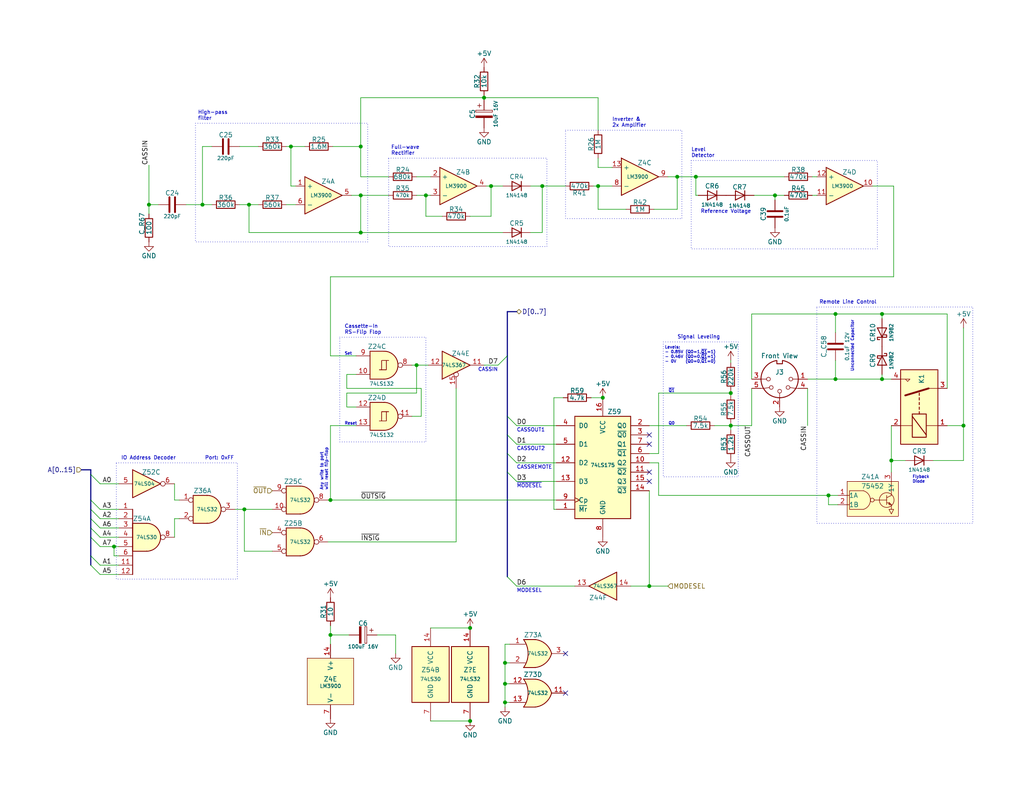
<source format=kicad_sch>
(kicad_sch (version 20230121) (generator eeschema)
  (paper "USLetter")
  (title_block (title "TRS-80 Model I") (date "2023-10-24") (rev "G") (company "RetroStack - Marcel Erz") (comment 2 "Cassette motor control, input & output circuits, IO decoding, and video mode selection") (comment 4 "Cassette Interface with Video Mode Select"))
  (lib_symbols
    (symbol "74xx:74LS04"
      (property "Reference" "U" (at 0 1.27 0))
      (property "Value" "74LS04" (at 0 -1.27 0))
      (symbol "74LS04_1_0"
        (pin input line (at -7.62 0 0) (length 3.81) (name "~") (number "1"))
        (pin output inverted (at 7.62 0 180) (length 3.81) (name "~") (number "2"))
      )
      (symbol "74LS04_2_0"
        (pin input line (at -7.62 0 0) (length 3.81) (name "~") (number "3"))
        (pin output inverted (at 7.62 0 180) (length 3.81) (name "~") (number "4"))
      )
      (symbol "74LS04_3_0"
        (pin input line (at -7.62 0 0) (length 3.81) (name "~") (number "5"))
        (pin output inverted (at 7.62 0 180) (length 3.81) (name "~") (number "6"))
      )
      (symbol "74LS04_4_0"
        (pin output inverted (at 7.62 0 180) (length 3.81) (name "~") (number "8"))
        (pin input line (at -7.62 0 0) (length 3.81) (name "~") (number "9"))
      )
      (symbol "74LS04_5_0"
        (pin output inverted (at 7.62 0 180) (length 3.81) (name "~") (number "10"))
        (pin input line (at -7.62 0 0) (length 3.81) (name "~") (number "11"))
      )
      (symbol "74LS04_6_0"
        (pin output inverted (at 7.62 0 180) (length 3.81) (name "~") (number "12"))
        (pin input line (at -7.62 0 0) (length 3.81) (name "~") (number "13"))
      )
      (symbol "74LS04_7_0"
        (pin power_in line (at 0 12.7 270) (length 5.08) (name "VCC") (number "14"))
        (pin power_in line (at 0 -12.7 90) (length 5.08) (name "GND") (number "7"))
      )
    )
    (symbol "74xx:74LS132" (pin_names (offset 1.016))
      (property "Reference" "U" (at 0 1.27 0))
      (property "Value" "74LS132" (at 0 -1.27 0))
      (symbol "74LS132_1_1"
        (pin input line (at -7.62 2.54 0) (length 3.81) (name "~") (number "1"))
        (pin input line (at -7.62 -2.54 0) (length 3.81) (name "~") (number "2"))
        (pin output inverted (at 7.62 0 180) (length 3.81) (name "~") (number "3"))
      )
      (symbol "74LS132_1_2"
        (pin input inverted (at -7.62 2.54 0) (length 4.318) (name "~") (number "1"))
        (pin input inverted (at -7.62 -2.54 0) (length 4.318) (name "~") (number "2"))
        (pin output line (at 7.62 0 180) (length 3.81) (name "~") (number "3"))
      )
      (symbol "74LS132_2_1"
        (pin input line (at -7.62 2.54 0) (length 3.81) (name "~") (number "4"))
        (pin input line (at -7.62 -2.54 0) (length 3.81) (name "~") (number "5"))
        (pin output inverted (at 7.62 0 180) (length 3.81) (name "~") (number "6"))
      )
      (symbol "74LS132_2_2"
        (pin input inverted (at -7.62 2.54 0) (length 4.318) (name "~") (number "4"))
        (pin input inverted (at -7.62 -2.54 0) (length 4.318) (name "~") (number "5"))
        (pin output line (at 7.62 0 180) (length 3.81) (name "~") (number "6"))
      )
      (symbol "74LS132_3_1"
        (pin input line (at -7.62 -2.54 0) (length 3.81) (name "~") (number "10"))
        (pin output inverted (at 7.62 0 180) (length 3.81) (name "~") (number "8"))
        (pin input line (at -7.62 2.54 0) (length 3.81) (name "~") (number "9"))
      )
      (symbol "74LS132_3_2"
        (pin input inverted (at -7.62 -2.54 0) (length 4.318) (name "~") (number "10"))
        (pin output line (at 7.62 0 180) (length 3.81) (name "~") (number "8"))
        (pin input inverted (at -7.62 2.54 0) (length 4.318) (name "~") (number "9"))
      )
      (symbol "74LS132_4_1"
        (pin output inverted (at 7.62 0 180) (length 3.81) (name "~") (number "11"))
        (pin input line (at -7.62 2.54 0) (length 3.81) (name "~") (number "12"))
        (pin input line (at -7.62 -2.54 0) (length 3.81) (name "~") (number "13"))
      )
      (symbol "74LS132_4_2"
        (pin output line (at 7.62 0 180) (length 3.81) (name "~") (number "11"))
        (pin input inverted (at -7.62 2.54 0) (length 4.318) (name "~") (number "12"))
        (pin input inverted (at -7.62 -2.54 0) (length 4.318) (name "~") (number "13"))
      )
      (symbol "74LS132_5_0"
        (pin power_in line (at 0 12.7 270) (length 5.08) (name "VCC") (number "14"))
        (pin power_in line (at 0 -12.7 90) (length 5.08) (name "GND") (number "7"))
      )
    )
    (symbol "74xx:74LS175" (pin_names (offset 1.016))
      (property "Reference" "U" (at -7.62 13.97 0))
      (property "Value" "74LS175" (at -7.62 -16.51 0))
      (symbol "74LS175_1_0"
        (pin input line (at -12.7 -12.7 0) (length 5.08) (name "~{Mr}") (number "1"))
        (pin output line (at 12.7 0 180) (length 5.08) (name "Q2") (number "10"))
        (pin output line (at 12.7 -2.54 180) (length 5.08) (name "~{Q2}") (number "11"))
        (pin input line (at -12.7 0 0) (length 5.08) (name "D2") (number "12"))
        (pin input line (at -12.7 -5.08 0) (length 5.08) (name "D3") (number "13"))
        (pin output line (at 12.7 -7.62 180) (length 5.08) (name "~{Q3}") (number "14"))
        (pin output line (at 12.7 -5.08 180) (length 5.08) (name "Q3") (number "15"))
        (pin power_in line (at 0 17.78 270) (length 5.08) (name "VCC") (number "16"))
        (pin output line (at 12.7 10.16 180) (length 5.08) (name "Q0") (number "2"))
        (pin output line (at 12.7 7.62 180) (length 5.08) (name "~{Q0}") (number "3"))
        (pin input line (at -12.7 10.16 0) (length 5.08) (name "D0") (number "4"))
        (pin input line (at -12.7 5.08 0) (length 5.08) (name "D1") (number "5"))
        (pin output line (at 12.7 2.54 180) (length 5.08) (name "~{Q1}") (number "6"))
        (pin output line (at 12.7 5.08 180) (length 5.08) (name "Q1") (number "7"))
        (pin power_in line (at 0 -20.32 90) (length 5.08) (name "GND") (number "8"))
        (pin input clock (at -12.7 -10.16 0) (length 5.08) (name "Cp") (number "9"))
      )
    )
    (symbol "74xx:74LS30" (pin_names (offset 1.016))
      (property "Reference" "U" (at 0 1.27 0))
      (property "Value" "74LS30" (at 0 -1.27 0))
      (symbol "74LS30_1_1"
        (pin input line (at -7.62 7.62 0) (length 3.81) (name "~") (number "1"))
        (pin input line (at -7.62 -7.62 0) (length 3.81) (name "~") (number "11"))
        (pin input line (at -7.62 -10.16 0) (length 3.81) (name "~") (number "12"))
        (pin input line (at -7.62 5.08 0) (length 3.81) (name "~") (number "2"))
        (pin input line (at -7.62 2.54 0) (length 3.81) (name "~") (number "3"))
        (pin input line (at -7.62 0 0) (length 3.81) (name "~") (number "4"))
        (pin input line (at -7.62 -2.54 0) (length 3.81) (name "~") (number "5"))
        (pin input line (at -7.62 -5.08 0) (length 3.81) (name "~") (number "6"))
        (pin output inverted (at 7.62 0 180) (length 3.81) (name "~") (number "8"))
      )
      (symbol "74LS30_1_2"
        (pin input inverted (at -7.62 7.62 0) (length 3.81) (name "~") (number "1"))
        (pin input inverted (at -7.62 -7.62 0) (length 3.81) (name "~") (number "11"))
        (pin input inverted (at -7.62 -10.16 0) (length 3.81) (name "~") (number "12"))
        (pin input inverted (at -7.62 5.08 0) (length 3.81) (name "~") (number "2"))
        (pin input inverted (at -7.62 2.54 0) (length 4.5466) (name "~") (number "3"))
        (pin input inverted (at -7.62 0 0) (length 5.08) (name "~") (number "4"))
        (pin input inverted (at -7.62 -2.54 0) (length 4.5466) (name "~") (number "5"))
        (pin input inverted (at -7.62 -5.08 0) (length 3.81) (name "~") (number "6"))
        (pin output line (at 7.62 0 180) (length 3.81) (name "~") (number "8"))
      )
      (symbol "74LS30_2_0"
        (pin power_in line (at 0 12.7 270) (length 5.08) (name "VCC") (number "14"))
        (pin power_in line (at 0 -12.7 90) (length 5.08) (name "GND") (number "7"))
      )
    )
    (symbol "74xx:74LS32" (pin_names (offset 1.016))
      (property "Reference" "U" (at 0 1.27 0))
      (property "Value" "74LS32" (at 0 -1.27 0))
      (symbol "74LS32_1_1"
        (pin input line (at -7.62 2.54 0) (length 4.318) (name "~") (number "1"))
        (pin input line (at -7.62 -2.54 0) (length 4.318) (name "~") (number "2"))
        (pin output line (at 7.62 0 180) (length 3.81) (name "~") (number "3"))
      )
      (symbol "74LS32_1_2"
        (pin input inverted (at -7.62 2.54 0) (length 3.81) (name "~") (number "1"))
        (pin input inverted (at -7.62 -2.54 0) (length 3.81) (name "~") (number "2"))
        (pin output inverted (at 7.62 0 180) (length 3.81) (name "~") (number "3"))
      )
      (symbol "74LS32_2_1"
        (pin input line (at -7.62 2.54 0) (length 4.318) (name "~") (number "4"))
        (pin input line (at -7.62 -2.54 0) (length 4.318) (name "~") (number "5"))
        (pin output line (at 7.62 0 180) (length 3.81) (name "~") (number "6"))
      )
      (symbol "74LS32_2_2"
        (pin input inverted (at -7.62 2.54 0) (length 3.81) (name "~") (number "4"))
        (pin input inverted (at -7.62 -2.54 0) (length 3.81) (name "~") (number "5"))
        (pin output inverted (at 7.62 0 180) (length 3.81) (name "~") (number "6"))
      )
      (symbol "74LS32_3_1"
        (pin input line (at -7.62 -2.54 0) (length 4.318) (name "~") (number "10"))
        (pin output line (at 7.62 0 180) (length 3.81) (name "~") (number "8"))
        (pin input line (at -7.62 2.54 0) (length 4.318) (name "~") (number "9"))
      )
      (symbol "74LS32_3_2"
        (pin input inverted (at -7.62 -2.54 0) (length 3.81) (name "~") (number "10"))
        (pin output inverted (at 7.62 0 180) (length 3.81) (name "~") (number "8"))
        (pin input inverted (at -7.62 2.54 0) (length 3.81) (name "~") (number "9"))
      )
      (symbol "74LS32_4_1"
        (pin output line (at 7.62 0 180) (length 3.81) (name "~") (number "11"))
        (pin input line (at -7.62 2.54 0) (length 4.318) (name "~") (number "12"))
        (pin input line (at -7.62 -2.54 0) (length 4.318) (name "~") (number "13"))
      )
      (symbol "74LS32_4_2"
        (pin output inverted (at 7.62 0 180) (length 3.81) (name "~") (number "11"))
        (pin input inverted (at -7.62 2.54 0) (length 3.81) (name "~") (number "12"))
        (pin input inverted (at -7.62 -2.54 0) (length 3.81) (name "~") (number "13"))
      )
      (symbol "74LS32_5_0"
        (pin power_in line (at 0 12.7 270) (length 5.08) (name "VCC") (number "14"))
        (pin power_in line (at 0 -12.7 90) (length 5.08) (name "GND") (number "7"))
      )
    )
    (symbol "Connector:DIN-5_180degree" (pin_names (offset 1.016))
      (property "Reference" "J" (at 3.175 5.715 0))
      (property "Value" "DIN-5_180degree" (at 0 -6.35 0))
      (symbol "DIN-5_180degree_1_1"
        (pin passive line (at -7.62 0 0) (length 2.54) (name "~") (number "1"))
        (pin passive line (at 0 7.62 270) (length 2.54) (name "~") (number "2"))
        (pin passive line (at 7.62 0 180) (length 2.54) (name "~") (number "3"))
        (pin passive line (at -7.62 2.54 0) (length 2.54) (name "~") (number "4"))
        (pin passive line (at 7.62 2.54 180) (length 2.54) (name "~") (number "5"))
      )
    )
    (symbol "Device:C" (pin_numbers hide) (pin_names (offset 0.254))
      (property "Reference" "C" (at 0.635 2.54 0))
      (property "Value" "C" (at 0.635 -2.54 0))
      (symbol "C_1_1"
        (pin passive line (at 0 3.81 270) (length 2.794) (name "~") (number "1"))
        (pin passive line (at 0 -3.81 90) (length 2.794) (name "~") (number "2"))
      )
    )
    (symbol "Device:C_Polarized" (pin_numbers hide) (pin_names (offset 0.254))
      (property "Reference" "C" (at 0.635 2.54 0))
      (property "Value" "C_Polarized" (at 0.635 -2.54 0))
      (symbol "C_Polarized_1_1"
        (pin passive line (at 0 3.81 270) (length 2.794) (name "~") (number "1"))
        (pin passive line (at 0 -3.81 90) (length 2.794) (name "~") (number "2"))
      )
    )
    (symbol "Device:D" (pin_numbers hide) (pin_names (offset 1.016) hide)
      (property "Reference" "D" (at 0 2.54 0))
      (property "Value" "D" (at 0 -2.54 0))
      (symbol "D_1_1"
        (pin passive line (at -3.81 0 0) (length 2.54) (name "K") (number "1"))
        (pin passive line (at 3.81 0 180) (length 2.54) (name "A") (number "2"))
      )
    )
    (symbol "Device:D_Schottky" (pin_numbers hide) (pin_names (offset 1.016) hide)
      (property "Reference" "D" (at 0 2.54 0))
      (property "Value" "D_Schottky" (at 0 -2.54 0))
      (symbol "D_Schottky_1_1"
        (pin passive line (at -3.81 0 0) (length 2.54) (name "K") (number "1"))
        (pin passive line (at 3.81 0 180) (length 2.54) (name "A") (number "2"))
      )
    )
    (symbol "Device:R" (pin_numbers hide) (pin_names (offset 0))
      (property "Reference" "R" (at 2.032 0 90))
      (property "Value" "R" (at 0 0 90))
      (symbol "R_1_1"
        (pin passive line (at 0 3.81 270) (length 1.27) (name "~") (number "1"))
        (pin passive line (at 0 -3.81 90) (length 1.27) (name "~") (number "2"))
      )
    )
    (symbol "RetroStackLibrary:74LS367_Split" (pin_names (offset 1.016))
      (property "Reference" "U" (at 0 1.27 0))
      (property "Value" "74LS367" (at 0 -1.27 0))
      (symbol "74LS367_Split_1_0"
        (pin input inverted (at 0 6.35 270) (length 4.445) (name "~") (number "1"))
        (pin input line (at -7.62 0 0) (length 3.81) (name "~") (number "2"))
        (pin tri_state line (at 7.62 0 180) (length 3.81) (name "~") (number "3"))
      )
      (symbol "74LS367_Split_2_0"
        (pin input line (at -7.62 0 0) (length 3.81) (name "~") (number "4"))
        (pin tri_state line (at 7.62 0 180) (length 3.81) (name "~") (number "5"))
      )
      (symbol "74LS367_Split_3_0"
        (pin input line (at -7.62 0 0) (length 3.81) (name "~") (number "6"))
        (pin tri_state line (at 7.62 0 180) (length 3.81) (name "~") (number "7"))
      )
      (symbol "74LS367_Split_4_0"
        (pin input line (at -7.62 0 0) (length 3.81) (name "~") (number "10"))
        (pin tri_state line (at 7.62 0 180) (length 3.81) (name "~") (number "9"))
      )
      (symbol "74LS367_Split_5_0"
        (pin tri_state line (at 8.255 -6.35 180) (length 3.81) (name "~") (number "11"))
        (pin input line (at -6.985 -6.35 0) (length 3.81) (name "~") (number "12"))
        (pin input inverted (at 0.635 0 270) (length 4.445) (name "~") (number "15"))
      )
      (symbol "74LS367_Split_6_0"
        (pin tri_state line (at 7.62 0 180) (length 3.81) (name "~") (number "13"))
        (pin input line (at -7.62 0 0) (length 3.81) (name "~") (number "14"))
      )
      (symbol "74LS367_Split_7_0"
        (pin power_in line (at 0 1.905 270) (length 5.08) (name "VCC") (number "16"))
        (pin power_in line (at 0 -23.495 90) (length 5.08) (name "GND") (number "8"))
      )
    )
    (symbol "RetroStackLibrary:75452"
      (property "Reference" "U" (at 0 0 0))
      (property "Value" "75452" (at 0 -2.54 0))
      (symbol "75452_1_1"
        (pin input line (at -9.525 -5.08 0) (length 2.54) (name "1A") (number "1"))
        (pin input line (at -9.525 -7.62 0) (length 2.54) (name "1B") (number "2"))
        (pin passive line (at 5.08 1.27 270) (length 2.54) (name "1Y") (number "3"))
      )
      (symbol "75452_2_1"
        (pin passive line (at 5.08 1.27 270) (length 2.54) (name "2Y") (number "5"))
        (pin input line (at -9.525 -5.08 0) (length 2.54) (name "2A") (number "6"))
        (pin input line (at -9.525 -7.62 0) (length 2.54) (name "2B") (number "7"))
      )
      (symbol "75452_3_1"
        (pin passive line (at -1.905 -19.05 90) (length 2.54) (name "GND") (number "4"))
        (pin passive line (at -1.905 1.27 270) (length 2.54) (name "VCC") (number "8"))
      )
    )
    (symbol "RetroStackLibrary:LM3900"
      (property "Reference" "U" (at 0 5.08 0))
      (property "Value" "LM3900" (at 0 -3.175 0))
      (symbol "LM3900_1_1"
        (pin input line (at -7.62 2.54 0) (length 2.54) (name "+") (number "1"))
        (pin output line (at 7.62 0 180) (length 2.54) (name "~") (number "5"))
        (pin input line (at -7.62 -2.54 0) (length 2.54) (name "-") (number "6"))
      )
      (symbol "LM3900_2_1"
        (pin input line (at -7.62 2.54 0) (length 2.54) (name "+") (number "2"))
        (pin input line (at -7.62 -2.54 0) (length 2.54) (name "-") (number "3"))
        (pin output line (at 7.62 0 180) (length 2.54) (name "~") (number "4"))
      )
      (symbol "LM3900_3_1"
        (pin input line (at -7.62 2.54 0) (length 2.54) (name "+") (number "13"))
        (pin input line (at -7.62 -2.54 0) (length 2.54) (name "-") (number "8"))
        (pin output line (at 7.62 0 180) (length 2.54) (name "~") (number "9"))
      )
      (symbol "LM3900_4_1"
        (pin output line (at 7.62 0 180) (length 2.54) (name "~") (number "10"))
        (pin input line (at -7.62 -2.54 0) (length 2.54) (name "-") (number "11"))
        (pin input line (at -7.62 2.54 0) (length 2.54) (name "+") (number "12"))
      )
      (symbol "LM3900_5_1"
        (pin passive line (at 0 7.62 270) (length 3.81) (name "V+") (number "14"))
        (pin passive line (at 0 -12.7 90) (length 3.81) (name "V-") (number "7"))
      )
    )
    (symbol "RetroStackLibrary:TRS80_Model_I_Relay_NO"
      (property "Reference" "K" (at 11.43 3.81 0))
      (property "Value" "Relay_SPST-NO" (at 11.43 1.27 0))
      (symbol "TRS80_Model_I_Relay_NO_1_1"
        (pin passive line (at -5.08 -7.62 90) (length 2.54) (name "~") (number "1"))
        (pin passive line (at -5.08 7.62 270) (length 2.54) (name "~") (number "2"))
        (pin passive line (at 5.08 -7.62 90) (length 2.54) (name "~") (number "3"))
        (pin passive line (at 7.62 7.62 270) (length 2.54) (name "~") (number "4"))
      )
    )
    (symbol "power:+5V" (power) (pin_names (offset 0))
      (property "Value" "+5V" (at 0 3.556 0))
      (symbol "+5V_1_1"
        (pin power_in line (at 0 0 90) (length 0) hide (name "+5V") (number "1"))
      )
    )
    (symbol "power:GND" (power) (pin_names (offset 0))
      (property "Value" "GND" (at 0 -3.81 0))
      (symbol "GND_1_1"
        (pin power_in line (at 0 0 270) (length 0) hide (name "GND") (number "1"))
      )
    )
  )
  (junction (at 163.195 50.8))
  (junction (at 164.465 108.585))
  (junction (at 116.205 53.34))
  (junction (at 90.17 136.525))
  (junction (at 177.165 160.02))
  (junction (at 227.965 103.505))
  (junction (at 113.665 99.695))
  (junction (at 90.17 173.355))
  (junction (at 240.665 103.505))
  (junction (at 199.39 116.205))
  (junction (at 40.64 55.88))
  (junction (at 211.455 53.34))
  (junction (at 79.375 40.005))
  (junction (at 98.425 63.5))
  (junction (at 199.39 107.315))
  (junction (at 227.965 85.725))
  (junction (at 147.955 50.8))
  (junction (at 226.06 135.255))
  (junction (at 98.425 53.34))
  (junction (at 67.945 55.88))
  (junction (at 137.795 186.69))
  (junction (at 98.425 40.005))
  (junction (at 31.115 149.225))
  (junction (at 132.08 26.67))
  (junction (at 128.27 171.45))
  (junction (at 262.89 116.205))
  (junction (at 184.785 48.26))
  (junction (at 137.795 180.975))
  (junction (at 66.675 139.065))
  (junction (at 133.985 50.8))
  (junction (at 55.245 55.88))
  (junction (at 128.27 196.85))
  (junction (at 137.795 191.77))
  (junction (at 240.665 85.725))
  (junction (at 189.865 48.26))
  (junction (at 243.205 125.73))
  (no_connect (at 177.165 128.905))
  (no_connect (at 177.165 121.285))
  (no_connect (at 177.165 118.745))
  (no_connect (at 154.305 189.23))
  (no_connect (at 154.305 178.435))
  (no_connect (at 177.165 131.445))
  (bus_entry (at 24.765 139.065) (size 2.54 2.54))
  (bus_entry (at 140.97 131.445) (size -2.54 -2.54))
  (bus_entry (at 140.97 121.285) (size -2.54 -2.54))
  (bus_entry (at 140.97 160.02) (size -2.54 -2.54))
  (bus_entry (at 24.765 146.685) (size 2.54 2.54))
  (bus_entry (at 24.765 141.605) (size 2.54 2.54))
  (bus_entry (at 140.97 126.365) (size -2.54 -2.54))
  (bus_entry (at 135.89 99.695) (size 2.54 -2.54))
  (bus_entry (at 24.765 154.305) (size 2.54 2.54))
  (bus_entry (at 24.765 144.145) (size 2.54 2.54))
  (bus_entry (at 24.765 129.54) (size 2.54 2.54))
  (bus_entry (at 24.765 136.525) (size 2.54 2.54))
  (bus_entry (at 140.97 116.205) (size -2.54 -2.54))
  (bus_entry (at 24.765 151.765) (size 2.54 2.54))
  (wire (pts (xy 220.345 103.505) (xy 227.965 103.505)))
  (wire (pts (xy 74.295 150.495) (xy 66.675 150.495)))
  (bus (pts (xy 138.43 113.665) (xy 138.43 118.745)))
  (wire (pts (xy 27.305 132.08) (xy 32.385 132.08)))
  (bus (pts (xy 24.765 141.605) (xy 24.765 139.065)))
  (wire (pts (xy 187.325 116.205) (xy 177.165 116.205)))
  (wire (pts (xy 78.105 55.88) (xy 80.645 55.88)))
  (wire (pts (xy 184.785 57.15) (xy 184.785 48.26)))
  (wire (pts (xy 79.375 50.8) (xy 80.645 50.8)))
  (wire (pts (xy 240.665 103.505) (xy 243.205 103.505)))
  (wire (pts (xy 27.305 146.685) (xy 32.385 146.685)))
  (wire (pts (xy 226.06 137.795) (xy 226.06 135.255)))
  (wire (pts (xy 133.985 50.8) (xy 132.715 50.8)))
  (wire (pts (xy 94.615 102.235) (xy 94.615 106.045)))
  (wire (pts (xy 189.865 48.26) (xy 213.995 48.26)))
  (wire (pts (xy 47.625 136.525) (xy 47.625 132.08)))
  (wire (pts (xy 31.115 151.765) (xy 31.115 149.225)))
  (wire (pts (xy 113.665 48.26) (xy 117.475 48.26)))
  (wire (pts (xy 137.795 180.975) (xy 137.795 186.69)))
  (bus (pts (xy 138.43 85.09) (xy 140.97 85.09)))
  (wire (pts (xy 227.965 103.505) (xy 240.665 103.505)))
  (bus (pts (xy 138.43 97.155) (xy 138.43 113.665)))
  (wire (pts (xy 32.385 151.765) (xy 31.115 151.765)))
  (wire (pts (xy 254.635 125.73) (xy 262.89 125.73)))
  (bus (pts (xy 138.43 128.905) (xy 138.43 157.48)))
  (bus (pts (xy 138.43 118.745) (xy 138.43 123.825)))
  (wire (pts (xy 205.105 106.045) (xy 205.105 116.205)))
  (wire (pts (xy 97.155 97.155) (xy 90.17 97.155)))
  (wire (pts (xy 90.17 116.205) (xy 90.17 136.525)))
  (wire (pts (xy 65.405 40.005) (xy 70.485 40.005)))
  (wire (pts (xy 116.205 53.34) (xy 113.665 53.34)))
  (wire (pts (xy 48.895 141.605) (xy 47.625 141.605)))
  (wire (pts (xy 116.205 59.055) (xy 116.205 53.34)))
  (wire (pts (xy 199.39 98.425) (xy 199.39 99.06)))
  (wire (pts (xy 55.245 55.88) (xy 55.245 40.005)))
  (wire (pts (xy 89.535 136.525) (xy 90.17 136.525)))
  (wire (pts (xy 98.425 63.5) (xy 137.16 63.5)))
  (wire (pts (xy 177.165 160.02) (xy 182.245 160.02)))
  (wire (pts (xy 258.445 85.725) (xy 258.445 106.045)))
  (wire (pts (xy 83.185 40.005) (xy 79.375 40.005)))
  (wire (pts (xy 227.965 98.425) (xy 227.965 103.505)))
  (wire (pts (xy 95.25 173.355) (xy 90.17 173.355)))
  (wire (pts (xy 40.64 55.88) (xy 40.64 58.42)))
  (wire (pts (xy 98.425 26.67) (xy 98.425 40.005)))
  (wire (pts (xy 114.935 113.665) (xy 112.395 113.665)))
  (bus (pts (xy 22.225 128.27) (xy 24.765 128.27)))
  (wire (pts (xy 57.785 55.88) (xy 55.245 55.88)))
  (wire (pts (xy 194.945 116.205) (xy 199.39 116.205)))
  (wire (pts (xy 97.155 116.205) (xy 90.17 116.205)))
  (wire (pts (xy 102.87 173.355) (xy 107.95 173.355)))
  (wire (pts (xy 79.375 40.005) (xy 79.375 50.8)))
  (wire (pts (xy 137.795 186.69) (xy 139.065 186.69)))
  (wire (pts (xy 153.67 108.585) (xy 151.13 108.585)))
  (wire (pts (xy 228.6 137.795) (xy 226.06 137.795)))
  (wire (pts (xy 90.17 75.565) (xy 243.84 75.565)))
  (wire (pts (xy 132.08 26.035) (xy 132.08 26.67)))
  (wire (pts (xy 132.08 26.67) (xy 98.425 26.67)))
  (wire (pts (xy 179.705 123.825) (xy 177.165 123.825)))
  (wire (pts (xy 184.785 48.26) (xy 189.865 48.26)))
  (wire (pts (xy 90.17 136.525) (xy 151.765 136.525)))
  (wire (pts (xy 137.16 50.8) (xy 133.985 50.8)))
  (wire (pts (xy 139.065 175.895) (xy 137.795 175.895)))
  (wire (pts (xy 43.18 55.88) (xy 40.64 55.88)))
  (wire (pts (xy 114.935 106.045) (xy 114.935 113.665)))
  (wire (pts (xy 98.425 53.34) (xy 95.885 53.34)))
  (wire (pts (xy 89.535 147.955) (xy 124.46 147.955)))
  (wire (pts (xy 137.795 186.69) (xy 137.795 191.77)))
  (wire (pts (xy 132.08 99.695) (xy 135.89 99.695)))
  (wire (pts (xy 64.135 139.065) (xy 66.675 139.065)))
  (bus (pts (xy 138.43 85.09) (xy 138.43 97.155)))
  (bus (pts (xy 24.765 154.305) (xy 24.765 151.765)))
  (wire (pts (xy 66.675 150.495) (xy 66.675 139.065)))
  (wire (pts (xy 128.27 59.055) (xy 133.985 59.055)))
  (wire (pts (xy 66.675 139.065) (xy 74.295 139.065)))
  (wire (pts (xy 27.305 156.845) (xy 32.385 156.845)))
  (wire (pts (xy 243.84 50.8) (xy 238.125 50.8)))
  (wire (pts (xy 172.085 160.02) (xy 177.165 160.02)))
  (wire (pts (xy 132.08 26.67) (xy 163.195 26.67)))
  (wire (pts (xy 163.195 43.18) (xy 163.195 45.72)))
  (bus (pts (xy 24.765 139.065) (xy 24.765 136.525)))
  (wire (pts (xy 179.705 135.255) (xy 226.06 135.255)))
  (wire (pts (xy 65.405 55.88) (xy 67.945 55.88)))
  (wire (pts (xy 240.665 85.725) (xy 258.445 85.725)))
  (wire (pts (xy 117.475 196.85) (xy 128.27 196.85)))
  (wire (pts (xy 205.105 103.505) (xy 205.105 85.725)))
  (wire (pts (xy 177.165 160.02) (xy 177.165 133.985)))
  (wire (pts (xy 178.435 57.15) (xy 184.785 57.15)))
  (wire (pts (xy 179.705 126.365) (xy 179.705 135.255)))
  (wire (pts (xy 258.445 116.205) (xy 262.89 116.205)))
  (bus (pts (xy 24.765 136.525) (xy 24.765 129.54)))
  (wire (pts (xy 240.665 86.995) (xy 240.665 85.725)))
  (bus (pts (xy 138.43 123.825) (xy 138.43 128.905)))
  (wire (pts (xy 112.395 99.695) (xy 113.665 99.695)))
  (wire (pts (xy 179.705 107.315) (xy 199.39 107.315)))
  (wire (pts (xy 243.205 116.205) (xy 243.205 125.73)))
  (wire (pts (xy 163.195 45.72) (xy 167.005 45.72)))
  (bus (pts (xy 24.765 146.685) (xy 24.765 144.145)))
  (wire (pts (xy 151.13 139.065) (xy 151.765 139.065)))
  (wire (pts (xy 113.665 99.695) (xy 116.84 99.695)))
  (wire (pts (xy 199.39 117.475) (xy 199.39 116.205)))
  (wire (pts (xy 199.39 115.57) (xy 199.39 116.205)))
  (wire (pts (xy 151.13 108.585) (xy 151.13 139.065)))
  (wire (pts (xy 179.705 107.315) (xy 179.705 123.825)))
  (wire (pts (xy 90.17 97.155) (xy 90.17 75.565)))
  (wire (pts (xy 221.615 48.26) (xy 222.885 48.26)))
  (wire (pts (xy 140.97 160.02) (xy 156.845 160.02)))
  (wire (pts (xy 90.17 173.355) (xy 90.17 175.895)))
  (wire (pts (xy 117.475 171.45) (xy 128.27 171.45)))
  (wire (pts (xy 137.795 191.77) (xy 137.795 193.04)))
  (wire (pts (xy 55.245 40.005) (xy 57.785 40.005)))
  (wire (pts (xy 221.615 53.34) (xy 222.885 53.34)))
  (wire (pts (xy 94.615 107.315) (xy 94.615 111.125)))
  (wire (pts (xy 227.965 85.725) (xy 240.665 85.725)))
  (wire (pts (xy 98.425 63.5) (xy 67.945 63.5)))
  (wire (pts (xy 78.105 40.005) (xy 79.375 40.005)))
  (wire (pts (xy 177.165 126.365) (xy 179.705 126.365)))
  (wire (pts (xy 199.39 106.68) (xy 199.39 107.315)))
  (wire (pts (xy 140.97 126.365) (xy 151.765 126.365)))
  (wire (pts (xy 140.97 131.445) (xy 151.765 131.445)))
  (wire (pts (xy 220.345 106.045) (xy 220.345 116.205)))
  (wire (pts (xy 31.115 149.225) (xy 32.385 149.225)))
  (wire (pts (xy 163.195 50.8) (xy 163.195 57.15)))
  (wire (pts (xy 147.955 50.8) (xy 154.305 50.8)))
  (wire (pts (xy 161.925 50.8) (xy 163.195 50.8)))
  (wire (pts (xy 137.795 175.895) (xy 137.795 180.975)))
  (wire (pts (xy 67.945 63.5) (xy 67.945 55.88)))
  (wire (pts (xy 106.045 48.26) (xy 98.425 48.26)))
  (wire (pts (xy 90.805 40.005) (xy 98.425 40.005)))
  (wire (pts (xy 182.245 48.26) (xy 184.785 48.26)))
  (bus (pts (xy 24.765 151.765) (xy 24.765 146.685)))
  (bus (pts (xy 24.765 129.54) (xy 24.765 128.27)))
  (wire (pts (xy 240.665 102.235) (xy 240.665 103.505)))
  (wire (pts (xy 262.89 116.205) (xy 262.89 89.535)))
  (wire (pts (xy 113.665 99.695) (xy 113.665 107.315)))
  (wire (pts (xy 55.245 55.88) (xy 50.8 55.88)))
  (wire (pts (xy 98.425 63.5) (xy 98.425 53.34)))
  (wire (pts (xy 90.17 170.815) (xy 90.17 173.355)))
  (wire (pts (xy 163.195 26.67) (xy 163.195 35.56)))
  (wire (pts (xy 211.455 53.34) (xy 211.455 54.61)))
  (wire (pts (xy 147.955 63.5) (xy 147.955 50.8)))
  (wire (pts (xy 226.06 135.255) (xy 228.6 135.255)))
  (wire (pts (xy 199.39 107.315) (xy 199.39 107.95)))
  (wire (pts (xy 205.74 53.34) (xy 211.455 53.34)))
  (wire (pts (xy 132.08 27.305) (xy 132.08 26.67)))
  (wire (pts (xy 48.895 136.525) (xy 47.625 136.525)))
  (wire (pts (xy 140.97 121.285) (xy 151.765 121.285)))
  (wire (pts (xy 67.945 55.88) (xy 70.485 55.88)))
  (wire (pts (xy 124.46 147.955) (xy 124.46 106.045)))
  (wire (pts (xy 161.29 108.585) (xy 164.465 108.585)))
  (wire (pts (xy 199.39 116.205) (xy 205.105 116.205)))
  (wire (pts (xy 227.965 85.725) (xy 227.965 90.805)))
  (wire (pts (xy 27.305 141.605) (xy 32.385 141.605)))
  (wire (pts (xy 94.615 111.125) (xy 97.155 111.125)))
  (wire (pts (xy 106.045 53.34) (xy 98.425 53.34)))
  (wire (pts (xy 27.305 139.065) (xy 32.385 139.065)))
  (wire (pts (xy 94.615 106.045) (xy 114.935 106.045)))
  (wire (pts (xy 27.305 144.145) (xy 32.385 144.145)))
  (wire (pts (xy 189.865 53.34) (xy 189.865 48.26)))
  (wire (pts (xy 243.205 125.73) (xy 247.015 125.73)))
  (wire (pts (xy 243.84 75.565) (xy 243.84 50.8)))
  (wire (pts (xy 140.97 116.205) (xy 151.765 116.205)))
  (wire (pts (xy 205.105 85.725) (xy 227.965 85.725)))
  (wire (pts (xy 47.625 141.605) (xy 47.625 146.685)))
  (wire (pts (xy 113.665 107.315) (xy 94.615 107.315)))
  (wire (pts (xy 117.475 53.34) (xy 116.205 53.34)))
  (wire (pts (xy 97.155 102.235) (xy 94.615 102.235)))
  (wire (pts (xy 120.65 59.055) (xy 116.205 59.055)))
  (wire (pts (xy 27.305 149.225) (xy 31.115 149.225)))
  (wire (pts (xy 144.78 63.5) (xy 147.955 63.5)))
  (wire (pts (xy 137.795 191.77) (xy 139.065 191.77)))
  (wire (pts (xy 211.455 53.34) (xy 213.995 53.34)))
  (wire (pts (xy 133.985 59.055) (xy 133.985 50.8)))
  (wire (pts (xy 107.95 173.355) (xy 107.95 178.435)))
  (wire (pts (xy 163.195 57.15) (xy 170.815 57.15)))
  (bus (pts (xy 24.765 144.145) (xy 24.765 141.605)))
  (wire (pts (xy 98.425 48.26) (xy 98.425 40.005)))
  (wire (pts (xy 40.64 45.085) (xy 40.64 55.88)))
  (wire (pts (xy 163.195 50.8) (xy 167.005 50.8)))
  (wire (pts (xy 137.795 180.975) (xy 139.065 180.975)))
  (wire (pts (xy 144.78 50.8) (xy 147.955 50.8)))
  (wire (pts (xy 27.305 154.305) (xy 32.385 154.305)))
  (wire (pts (xy 189.865 53.34) (xy 190.5 53.34)))
  (wire (pts (xy 262.89 125.73) (xy 262.89 116.205)))
  (wire (pts (xy 243.205 128.905) (xy 243.205 125.73)))
  (rectangle (start 92.71 92.075) (end 116.205 120.65) (stroke (width 0) (type dot)))
  (rectangle (start 180.975 93.345) (end 201.422 130.175) (stroke (width 0) (type dot)))
  (rectangle (start 53.34 33.655) (end 100.33 66.04) (stroke (width 0) (type dot)))
  (rectangle (start 106.045 43.18) (end 149.225 67.31) (stroke (width 0) (type dot)))
  (rectangle (start 222.885 83.82) (end 265.43 142.875) (stroke (width 0) (type dot)))
  (rectangle (start 154.305 35.56) (end 186.055 59.69) (stroke (width 0) (type dot)))
  (rectangle (start 31.75 126.365) (end 64.77 158.115) (stroke (width 0) (type dot)))
  (rectangle (start 188.595 43.815) (end 239.395 67.945) (stroke (width 0) (type dot)))
  (text "~{MODESEL}" (at 140.97 133.35 0) (effects (font (size 1 1)) (justify left bottom)))
  (text "Full-wave\nRectifier" (at 106.68 42.545 0) (effects (font (size 1 1)) (justify left bottom)))
  (text "Level\nDetector" (at 188.595 43.18 0) (effects (font (size 1 1)) (justify left bottom)))
  (text "Q0" (at 184.15 116.205 0) (effects (font (size 0.8 0.8)) (justify right bottom)))
  (text "High-pass\nfilter" (at 53.975 33.02 0) (effects (font (size 1 1)) (justify left bottom)))
  (text "Unconnected Capacitor" (at 233.045 101.6 90) (effects (font (size 0.8 0.8)) (justify left bottom)))
  (text "Reference Voltage" (at 191.135 58.42 0) (effects (font (size 1 1)) (justify left bottom)))
  (text "Any write to port\nwill reset flip-flop" (at 89.535 133.985 90) (effects (font (size 0.8 0.8)) (justify left bottom)))
  (text "IO Address Decoder" (at 33.02 125.73 0) (effects (font (size 1 1)) (justify left bottom)))
  (text "CASSREMOTE" (at 140.97 128.27 0) (effects (font (size 1 1)) (justify left bottom)))
  (text "Remote Line Control" (at 223.52 83.185 0) (effects (font (size 1 1)) (justify left bottom)))
  (text "Port: 0xFF" (at 55.88 125.73 0) (effects (font (size 1 1)) (justify left bottom)))
  (text "CASSOUT1" (at 140.97 118.11 0) (effects (font (size 1 1)) (justify left bottom)))
  (text "Flyback\nDiode" (at 248.92 132.08 0) (effects (font (size 0.8 0.8)) (justify left bottom)))
  (text "Signal Leveling" (at 184.785 92.71 0) (effects (font (size 1 1)) (justify left bottom)))
  (text "CASSOUT2" (at 140.97 123.19 0) (effects (font (size 1 1)) (justify left bottom)))
  (text "CASSIN" (at 135.89 101.6 0) (effects (font (size 1 1)) (justify right bottom)))
  (text "MODESEL" (at 140.97 161.925 0) (effects (font (size 1 1)) (justify left bottom)))
  (text "Cassette-In\nRS-Flip Flop" (at 93.98 91.44 0) (effects (font (size 1 1)) (justify left bottom)))
  (text "~{Q1}" (at 184.15 107.315 0) (effects (font (size 0.8 0.8)) (justify right bottom)))
  (text "Levels:\n- 0.85V\n- 0.46V\n- 0V" (at 181.356 99.314 0) (effects (font (size 0.8 0.8)) (justify left bottom)))
  (text "Inverter &\n2x Amplifier" (at 167.005 34.925 0) (effects (font (size 1 1)) (justify left bottom)))
  (text "Reset" (at 93.98 116.205 0) (effects (font (size 0.8 0.8)) (justify left bottom)))
  (text "Set" (at 93.98 97.155 0) (effects (font (size 0.8 0.8)) (justify left bottom)))
  (text "(Q0=1,~{Q1}=1)\n(Q0=0,~{Q1}=1)\n(Q0=0,~{Q1}=0)" (at 195.326 99.314 0) (effects (font (size 0.8 0.8)) (justify right bottom)))
  (label "A4" (at 27.94 146.685 0))
  (label "D0" (at 140.97 116.205 0))
  (label "A3" (at 27.94 139.065 0))
  (label "A7" (at 27.94 149.225 0))
  (label "D2" (at 140.97 126.365 0))
  (label "CASSOUT" (at 205.105 116.205 270))
  (label "~{INSIG}" (at 98.425 147.955 0))
  (label "A2" (at 27.94 141.605 0))
  (label "D3" (at 140.97 131.445 0))
  (label "D6" (at 140.97 160.02 0))
  (label "~{OUTSIG}" (at 98.425 136.525 0))
  (label "A6" (at 27.94 144.145 0))
  (label "CASSIN" (at 220.345 116.205 270))
  (label "A5" (at 27.94 156.845 0))
  (label "A1" (at 27.94 154.305 0))
  (label "D7" (at 135.89 99.695 180))
  (label "A0" (at 27.94 132.08 0))
  (label "D1" (at 140.97 121.285 0))
  (label "CASSIN" (at 40.64 45.085 90))
  (hierarchical_label "A[0..15]" (shape input) (at 22.225 128.27 180))
  (hierarchical_label "MODESEL" (shape input) (at 182.245 160.02 0))
  (hierarchical_label "D[0..7]" (shape bidirectional) (at 140.97 85.09 0))
  (hierarchical_label "~{IN}" (shape input) (at 74.295 145.415 180))
  (hierarchical_label "~{OUT}" (shape input) (at 74.295 133.985 180))
  (symbol (lib_id "Device:C_Polarized") (at 99.06 173.355 270) (unit 1)
    (property "Reference" "C6" (at 99.06 170.18 90))
    (property "Value" "100uF 16V" (at 99.06 176.53 90) (effects (font (size 1 1))))
    (property "Footprint" "RetroStackLibrary:TRS80_Model_I_C_Pol_Radial_10D_5P" (effects hide))
  )
  (symbol (lib_id "Device:R") (at 74.295 40.005 90) (mirror x) (unit 1)
    (property "Reference" "R33" (at 74.295 38.1 90))
    (property "Value" "360k" (at 74.295 40.005 90))
    (property "Footprint" "RetroStackLibrary:TRS80_Model_I_R_0.25W" (effects hide))
  )
  (symbol (lib_id "74xx:74LS32") (at 128.27 184.15 0) (unit 5)
    (property "Reference" "Z?" (at 128.27 182.88 0))
    (property "Value" "74LS32" (at 128.27 185.42 0) (effects (font (size 1 1))))
    (property "Footprint" "RetroStackLibrary:TRS80_Model_I_DIP14" (effects hide))
    (property "Datasheet" "http://www.ti.com/lit/gpn/sn74LS32" (effects hide))
    (instances (project "TRS80_Model_I_G" (path "" (reference "Z?") (unit 5)) (path "" (reference "Z73") (unit 5)) (path "" (reference "Z25") (unit 5))))
  )
  (symbol (lib_id "Device:R") (at 86.995 40.005 90) (mirror x) (unit 1)
    (property "Reference" "R25" (at 86.995 38.1 90))
    (property "Value" "1.6M" (at 86.995 40.005 90))
    (property "Footprint" "RetroStackLibrary:TRS80_Model_I_R_0.25W" (effects hide))
  )
  (symbol (lib_id "Device:C") (at 211.455 58.42 180) (unit 1)
    (property "Reference" "C39" (at 208.28 58.42 90))
    (property "Value" "0.1uF" (at 214.63 58.42 90) (effects (font (size 1 1))))
    (property "Footprint" "RetroStackLibrary:TRS80_Model_I_C_Disc_9.5L_4W_6P_Small" (effects hide))
  )
  (symbol (lib_id "Device:R") (at 199.39 121.285 180) (unit 1)
    (property "Reference" "R53" (at 197.485 123.19 90) (effects (justify right)))
    (property "Value" "1.2k" (at 199.39 123.19 90) (effects (justify right)))
    (property "Footprint" "RetroStackLibrary:TRS80_Model_I_R_0.25W" (effects hide))
  )
  (symbol (lib_id "Device:R") (at 74.295 55.88 90) (mirror x) (unit 1)
    (property "Reference" "R37" (at 74.295 53.975 90))
    (property "Value" "560k" (at 74.295 55.88 90))
    (property "Footprint" "RetroStackLibrary:TRS80_Model_I_R_0.25W" (effects hide))
  )
  (symbol (lib_id "74xx:74LS30") (at 117.475 184.15 0) (unit 2)
    (property "Reference" "Z54" (at 117.475 182.88 0))
    (property "Value" "74LS30" (at 117.475 185.42 0) (effects (font (size 1 1))))
    (property "Footprint" "RetroStackLibrary:TRS80_Model_I_DIP14" (effects hide))
    (property "Datasheet" "http://www.ti.com/lit/gpn/sn74LS30" (effects hide))
    (instances (project "TRS80_Model_I_G" (path "" (reference "Z54") (unit 2)) (path "" (reference "U5") (unit 2))))
  )
  (symbol (lib_id "Device:R") (at 109.855 53.34 90) (mirror x) (unit 1)
    (property "Reference" "R35" (at 109.855 51.435 90))
    (property "Value" "470k" (at 109.855 53.34 90) (effects (font (size 1 1))))
    (property "Footprint" "RetroStackLibrary:TRS80_Model_I_R_0.25W" (effects hide))
  )
  (symbol (lib_id "power:GND") (at 40.64 66.04 0) (unit 1)
    (property "Reference" "#PWR014" (effects hide))
    (property "Value" "GND" (at 40.64 69.85 0))
    (instances (project "TRS80_Model_I_G" (path "" (reference "#PWR014") (unit 1)) (path "" (reference "#PWR077") (unit 1))))
  )
  (symbol (lib_id "power:+5V") (at 164.465 108.585 0) (unit 1)
    (property "Reference" "#PWR015" (effects hide))
    (property "Value" "+5V" (at 164.465 104.775 0))
    (instances (project "TRS80_Model_I_G" (path "" (reference "#PWR015") (unit 1)) (path "" (reference "#PWR030") (unit 1))))
  )
  (symbol (lib_id "Device:R") (at 132.08 22.225 180) (unit 1)
    (property "Reference" "R32" (at 130.175 22.225 90))
    (property "Value" "10k" (at 132.08 22.225 90))
    (property "Footprint" "RetroStackLibrary:TRS80_Model_I_R_0.25W" (effects hide))
  )
  (symbol (lib_id "power:+5V") (at 90.17 163.195 0) (unit 1)
    (property "Reference" "#PWR015" (effects hide))
    (property "Value" "+5V" (at 90.17 159.385 0))
    (instances (project "TRS80_Model_I_G" (path "" (reference "#PWR015") (unit 1)) (path "" (reference "#PWR079") (unit 1))))
  )
  (symbol (lib_id "Device:C") (at 61.595 40.005 90) (mirror x) (unit 1)
    (property "Reference" "C25" (at 61.595 36.83 90))
    (property "Value" "220pF" (at 61.595 43.18 90) (effects (font (size 1 1))))
    (property "Footprint" "RetroStackLibrary:TRS80_Model_I_C_Disc_9.5L_4W_6P_Small" (effects hide))
  )
  (symbol (lib_id "Device:D") (at 201.93 53.34 180) (unit 1)
    (property "Reference" "CR7" (at 201.8026 51.0778 0))
    (property "Value" "1N4148" (at 201.8026 56.1578 0) (effects (font (size 1 1))))
    (property "Footprint" "RetroStackLibrary:TRS80_Model_I_D" (effects hide))
    (property "Sim.Device" "D" (effects hide))
    (property "Sim.Pins" "1=K 2=A" (effects hide))
  )
  (symbol (lib_id "Device:D_Schottky") (at 240.665 90.805 90) (unit 1)
    (property "Reference" "CR10" (at 238.125 90.805 0))
    (property "Value" "1N982" (at 243.205 90.805 0) (effects (font (size 1 1))))
    (property "Footprint" "RetroStackLibrary:TRS80_Model_I_D" (effects hide))
  )
  (symbol (lib_id "74xx:74LS32") (at 146.685 178.435 0) (unit 1)
    (property "Reference" "Z73" (at 145.415 173.355 0))
    (property "Value" "74LS32" (at 146.685 178.435 0) (effects (font (size 1 1))))
    (property "Footprint" "RetroStackLibrary:TRS80_Model_I_DIP14" (effects hide))
    (property "Datasheet" "http://www.ti.com/lit/gpn/sn74LS32" (effects hide))
    (instances (project "TRS80_Model_I_G" (path "" (reference "Z73") (unit 1)) (path "" (reference "Z?") (unit 1)) (path "" (reference "Z25") (unit 1))))
  )
  (symbol (lib_id "power:GND") (at 211.455 62.23 0) (unit 1)
    (property "Reference" "#PWR014" (effects hide))
    (property "Value" "GND" (at 211.455 66.04 0))
    (instances (project "TRS80_Model_I_G" (path "" (reference "#PWR014") (unit 1)) (path "" (reference "#PWR075") (unit 1))))
  )
  (symbol (lib_id "RetroStackLibrary:75452") (at 238.125 130.175 0) (unit 1)
    (property "Reference" "Z41" (at 234.95 130.175 0) (effects (justify left)))
    (property "Value" "75452" (at 234.95 132.715 0) (effects (justify left)))
    (property "Footprint" "RetroStackLibrary:TRS80_Model_I_DIP8" (effects hide))
    (property "Datasheet" "https://www.ti.com/lit/ds/symlink/sn75452b.pdf" (effects hide))
    (instances (project "Replica" (path "" (reference "Z41") (unit 1))) (project "TRS80_Model_I_G" (path "" (reference "Z?") (unit 1)) (path "" (reference "Z41") (unit 1))))
  )
  (symbol (lib_id "Device:R") (at 158.115 50.8 90) (mirror x) (unit 1)
    (property "Reference" "R41" (at 158.115 52.705 90))
    (property "Value" "470k" (at 158.115 50.8 90))
    (property "Footprint" "RetroStackLibrary:TRS80_Model_I_R_0.25W" (effects hide))
  )
  (symbol (lib_id "RetroStackLibrary:74LS367_Split") (at 164.465 160.02 180) (unit 6)
    (property "Reference" "Z44" (at 163.195 163.195 0))
    (property "Value" "74LS367" (at 165.1 160.02 0) (effects (font (size 1 1))))
    (property "Footprint" "RetroStackLibrary:TRS80_Model_I_DIP16" (effects hide))
    (property "Datasheet" "https://www.ti.com/lit/ds/symlink/sn74ls367a.pdf" (effects hide))
  )
  (symbol (lib_id "Device:R") (at 163.195 39.37 0) (mirror y) (unit 1)
    (property "Reference" "R26" (at 161.29 39.37 90))
    (property "Value" "1M" (at 163.195 39.37 90))
    (property "Footprint" "RetroStackLibrary:TRS80_Model_I_R_0.25W" (effects hide))
  )
  (symbol (lib_id "power:GND") (at 212.725 111.125 0) (unit 1)
    (property "Reference" "#PWR014" (effects hide))
    (property "Value" "GND" (at 212.725 114.935 0))
    (instances (project "TRS80_Model_I_G" (path "" (reference "#PWR014") (unit 1)) (path "" (reference "#PWR073") (unit 1))))
  )
  (symbol (lib_id "RetroStackLibrary:LM3900") (at 230.505 50.8 0) (unit 4)
    (property "Reference" "Z4" (at 231.775 46.99 0))
    (property "Value" "LM3900" (at 229.87 50.8 0) (effects (font (size 1 1))))
    (property "Footprint" "RetroStackLibrary:TRS80_Model_I_DIP14" (effects hide))
    (property "Datasheet" "https://www.ti.com/lit/ds/symlink/lm3900.pdf" (effects hide))
  )
  (symbol (lib_id "74xx:74LS04") (at 40.005 132.08 0) (unit 3)
    (property "Reference" "Z52" (at 41.275 128.905 0))
    (property "Value" "74LS04" (at 39.37 132.08 0) (effects (font (size 1 1))))
    (property "Footprint" "RetroStackLibrary:TRS80_Model_I_DIP14" (effects hide))
    (property "Datasheet" "http://www.ti.com/lit/gpn/sn74LS04" (effects hide))
  )
  (symbol (lib_id "power:GND") (at 107.95 178.435 0) (unit 1)
    (property "Reference" "#PWR014" (effects hide))
    (property "Value" "GND" (at 107.95 182.245 0))
    (instances (project "TRS80_Model_I_G" (path "" (reference "#PWR014") (unit 1)) (path "" (reference "#PWR081") (unit 1))))
  )
  (symbol (lib_id "RetroStackLibrary:LM3900") (at 88.265 53.34 0) (unit 1)
    (property "Reference" "Z4" (at 89.535 49.53 0))
    (property "Value" "LM3900" (at 87.63 53.34 0) (effects (font (size 1 1))))
    (property "Footprint" "RetroStackLibrary:TRS80_Model_I_DIP14" (effects hide))
    (property "Datasheet" "https://www.ti.com/lit/ds/symlink/lm3900.pdf" (effects hide))
  )
  (symbol (lib_id "Device:R") (at 217.805 48.26 90) (unit 1)
    (property "Reference" "R38" (at 217.805 46.355 90))
    (property "Value" "470k" (at 217.805 48.26 90))
    (property "Footprint" "RetroStackLibrary:TRS80_Model_I_R_0.25W" (effects hide))
  )
  (symbol (lib_id "Device:D") (at 140.97 63.5 0) (mirror y) (unit 1)
    (property "Reference" "CR5" (at 140.97 60.96 0))
    (property "Value" "1N4148" (at 140.97 66.04 0) (effects (font (size 1 1))))
    (property "Footprint" "RetroStackLibrary:TRS80_Model_I_D" (effects hide))
    (property "Sim.Device" "D" (effects hide))
    (property "Sim.Pins" "1=K 2=A" (effects hide))
  )
  (symbol (lib_id "Device:R") (at 217.805 53.34 90) (unit 1)
    (property "Reference" "R45" (at 217.805 51.435 90))
    (property "Value" "470k" (at 217.805 53.34 90))
    (property "Footprint" "RetroStackLibrary:TRS80_Model_I_R_0.25W" (effects hide))
  )
  (symbol (lib_id "Device:R") (at 90.17 167.005 180) (unit 1)
    (property "Reference" "R31" (at 88.265 167.005 90))
    (property "Value" "10" (at 90.17 167.005 90))
    (property "Footprint" "RetroStackLibrary:TRS80_Model_I_R_0.25W" (effects hide))
  )
  (symbol (lib_id "Device:D_Schottky") (at 240.665 98.425 270) (unit 1)
    (property "Reference" "CR9" (at 238.125 98.425 0))
    (property "Value" "1N982" (at 243.205 98.425 0) (effects (font (size 1 1))))
    (property "Footprint" "RetroStackLibrary:TRS80_Model_I_D" (effects hide))
  )
  (symbol (lib_id "RetroStackLibrary:LM3900") (at 125.095 50.8 0) (unit 2)
    (property "Reference" "Z4" (at 126.365 46.99 0))
    (property "Value" "LM3900" (at 124.46 50.8 0) (effects (font (size 1 1))))
    (property "Footprint" "RetroStackLibrary:TRS80_Model_I_DIP14" (effects hide))
    (property "Datasheet" "https://www.ti.com/lit/ds/symlink/lm3900.pdf" (effects hide))
  )
  (symbol (lib_id "74xx:74LS32") (at 81.915 147.955 0) (unit 2) (convert 2)
    (property "Reference" "Z25" (at 80.01 142.875 0))
    (property "Value" "74LS32" (at 81.915 147.955 0) (effects (font (size 1 1))))
    (property "Footprint" "RetroStackLibrary:TRS80_Model_I_DIP14" (effects hide))
    (property "Datasheet" "http://www.ti.com/lit/gpn/sn74LS32" (effects hide))
  )
  (symbol (lib_id "power:+5V") (at 262.89 89.535 0) (unit 1)
    (property "Reference" "#PWR015" (effects hide))
    (property "Value" "+5V" (at 262.89 85.725 0))
    (instances (project "TRS80_Model_I_G" (path "" (reference "#PWR015") (unit 1)) (path "" (reference "#PWR074") (unit 1))))
  )
  (symbol (lib_id "Device:R") (at 40.64 62.23 180) (unit 1)
    (property "Reference" "C_R67" (at 38.735 64.135 90) (effects (justify right)))
    (property "Value" "100" (at 40.64 64.135 90) (effects (justify right)))
    (property "Footprint" "RetroStackLibrary:TRS80_Model_I_R_0.25W" (effects hide))
  )
  (symbol (lib_id "74xx:74LS132") (at 104.775 113.665 0) (unit 4)
    (property "Reference" "Z24" (at 102.87 108.585 0))
    (property "Value" "74LS132" (at 104.14 118.745 0) (effects (font (size 1 1))))
    (property "Footprint" "RetroStackLibrary:TRS80_Model_I_DIP14" (effects hide))
    (property "Datasheet" "http://www.ti.com/lit/gpn/sn74LS132" (effects hide))
  )
  (symbol (lib_id "power:GND") (at 128.27 196.85 0) (unit 1)
    (property "Reference" "#PWR014" (effects hide))
    (property "Value" "GND" (at 128.27 200.66 0))
    (instances (project "TRS80_Model_I_G" (path "" (reference "#PWR014") (unit 1)) (path "" (reference "#PWR0119") (unit 1))))
  )
  (symbol (lib_id "power:+5V") (at 128.27 171.45 0) (unit 1)
    (property "Reference" "#PWR015" (effects hide))
    (property "Value" "+5V" (at 128.27 167.64 0))
    (instances (project "TRS80_Model_I_G" (path "" (reference "#PWR015") (unit 1)) (path "" (reference "#PWR0118") (unit 1))))
  )
  (symbol (lib_id "Device:C_Polarized") (at 132.08 31.115 0) (unit 1)
    (property "Reference" "C5" (at 128.905 31.115 90))
    (property "Value" "10uF 16V" (at 135.255 31.115 90) (effects (font (size 1 1))))
    (property "Footprint" "RetroStackLibrary:TRS80_Model_I_C_Pol_Radial_5D_2.5P" (effects hide))
  )
  (symbol (lib_id "74xx:74LS32") (at 56.515 139.065 0) (unit 1) (convert 2)
    (property "Reference" "Z36" (at 55.245 133.985 0))
    (property "Value" "74LS32" (at 56.515 139.065 0) (effects (font (size 1 1))))
    (property "Footprint" "RetroStackLibrary:TRS80_Model_I_DIP14" (effects hide))
    (property "Datasheet" "http://www.ti.com/lit/gpn/sn74LS32" (effects hide))
  )
  (symbol (lib_id "power:GND") (at 90.17 196.215 0) (unit 1)
    (property "Reference" "#PWR014" (effects hide))
    (property "Value" "GND" (at 90.17 200.025 0))
    (instances (project "TRS80_Model_I_G" (path "" (reference "#PWR014") (unit 1)) (path "" (reference "#PWR080") (unit 1))))
  )
  (symbol (lib_id "Device:R") (at 61.595 55.88 90) (mirror x) (unit 1)
    (property "Reference" "R36" (at 61.595 53.975 90))
    (property "Value" "360k" (at 61.595 55.88 90))
    (property "Footprint" "RetroStackLibrary:TRS80_Model_I_R_0.25W" (effects hide))
  )
  (symbol (lib_id "Connector:DIN-5_180degree") (at 212.725 103.505 180) (unit 1)
    (property "Reference" "J3" (at 212.725 101.6 0))
    (property "Value" "Front View" (at 212.725 97.155 0))
    (property "Footprint" "RetroStackLibrary:TRS80_Model_I_DIN5" (effects hide))
    (property "Datasheet" "http://www.mouser.com/ds/2/18/40_c091_abd_e-75918.pdf" (effects hide))
  )
  (symbol (lib_id "Device:R") (at 191.135 116.205 90) (unit 1)
    (property "Reference" "R54" (at 191.135 114.3 90))
    (property "Value" "7.5k" (at 191.135 116.205 90))
    (property "Footprint" "RetroStackLibrary:TRS80_Model_I_R_0.25W" (effects hide))
  )
  (symbol (lib_id "Device:R") (at 199.39 102.87 180) (unit 1)
    (property "Reference" "R56" (at 197.485 102.87 90))
    (property "Value" "220k" (at 199.39 102.87 90))
    (property "Footprint" "RetroStackLibrary:TRS80_Model_I_R_0.25W" (effects hide))
  )
  (symbol (lib_id "Device:R") (at 174.625 57.15 90) (mirror x) (unit 1)
    (property "Reference" "R42" (at 174.625 55.245 90))
    (property "Value" "1M" (at 174.625 57.15 90))
    (property "Footprint" "RetroStackLibrary:TRS80_Model_I_R_0.25W" (effects hide))
  )
  (symbol (lib_id "Device:D") (at 140.97 50.8 0) (mirror y) (unit 1)
    (property "Reference" "CR4" (at 140.97 48.26 0))
    (property "Value" "1N4148" (at 140.97 53.34 0) (effects (font (size 1 1))))
    (property "Footprint" "RetroStackLibrary:TRS80_Model_I_D" (effects hide))
    (property "Sim.Device" "D" (effects hide))
    (property "Sim.Pins" "1=K 2=A" (effects hide))
  )
  (symbol (lib_id "Device:C") (at 46.99 55.88 90) (unit 1)
    (property "Reference" "C24" (at 46.99 52.705 90))
    (property "Value" "220pF" (at 46.99 59.055 90) (effects (font (size 1 1))))
    (property "Footprint" "RetroStackLibrary:TRS80_Model_I_C_Disc_9.5L_4W_6P_Small" (effects hide))
  )
  (symbol (lib_id "power:GND") (at 132.08 34.925 0) (unit 1)
    (property "Reference" "#PWR014" (effects hide))
    (property "Value" "GND" (at 132.08 38.735 0))
    (instances (project "TRS80_Model_I_G" (path "" (reference "#PWR014") (unit 1)) (path "" (reference "#PWR076") (unit 1))))
  )
  (symbol (lib_id "74xx:74LS30") (at 40.005 146.685 0) (unit 1)
    (property "Reference" "Z54" (at 38.735 141.605 0))
    (property "Value" "74LS30" (at 40.005 146.685 0) (effects (font (size 1 1))))
    (property "Footprint" "RetroStackLibrary:TRS80_Model_I_DIP14" (effects hide))
    (property "Datasheet" "http://www.ti.com/lit/gpn/sn74LS30" (effects hide))
  )
  (symbol (lib_id "Device:R") (at 109.855 48.26 90) (mirror x) (unit 1)
    (property "Reference" "R24" (at 107.95 46.355 90) (effects (justify right)))
    (property "Value" "680k" (at 107.315 48.26 90) (effects (justify right)))
    (property "Footprint" "RetroStackLibrary:TRS80_Model_I_R_0.25W" (effects hide))
  )
  (symbol (lib_id "power:GND") (at 199.39 125.095 0) (unit 1)
    (property "Reference" "#PWR014" (effects hide))
    (property "Value" "GND" (at 199.39 128.905 0))
    (instances (project "TRS80_Model_I_G" (path "" (reference "#PWR014") (unit 1)) (path "" (reference "#PWR072") (unit 1))))
  )
  (symbol (lib_id "74xx:74LS32") (at 146.685 189.23 0) (unit 4)
    (property "Reference" "Z73" (at 145.415 184.15 0))
    (property "Value" "74LS32" (at 146.685 189.23 0) (effects (font (size 1 1))))
    (property "Footprint" "RetroStackLibrary:TRS80_Model_I_DIP14" (effects hide))
    (property "Datasheet" "http://www.ti.com/lit/gpn/sn74LS32" (effects hide))
    (instances (project "TRS80_Model_I_G" (path "" (reference "Z73") (unit 4)) (path "" (reference "Z?") (unit 4)) (path "" (reference "Z25") (unit 4))))
  )
  (symbol (lib_id "Device:R") (at 124.46 59.055 90) (mirror x) (unit 1)
    (property "Reference" "R34" (at 124.46 57.15 90))
    (property "Value" "470k" (at 124.46 59.055 90))
    (property "Footprint" "RetroStackLibrary:TRS80_Model_I_R_0.25W" (effects hide))
  )
  (symbol (lib_id "74xx:74LS32") (at 81.915 136.525 0) (unit 3) (convert 2)
    (property "Reference" "Z25" (at 80.01 131.445 0))
    (property "Value" "74LS32" (at 81.915 136.525 0) (effects (font (size 1 1))))
    (property "Footprint" "RetroStackLibrary:TRS80_Model_I_DIP14" (effects hide))
    (property "Datasheet" "http://www.ti.com/lit/gpn/sn74LS32" (effects hide))
  )
  (symbol (lib_id "power:GND") (at 164.465 146.685 0) (unit 1)
    (property "Reference" "#PWR014" (effects hide))
    (property "Value" "GND" (at 164.465 150.495 0))
    (instances (project "TRS80_Model_I_G" (path "" (reference "#PWR014") (unit 1)) (path "" (reference "#PWR031") (unit 1))))
  )
  (symbol (lib_id "power:GND") (at 137.795 193.04 0) (unit 1)
    (property "Reference" "#PWR014" (effects hide))
    (property "Value" "GND" (at 137.795 196.85 0))
    (instances (project "TRS80_Model_I_G" (path "" (reference "#PWR014") (unit 1)) (path "" (reference "#PWR0120") (unit 1))))
  )
  (symbol (lib_id "RetroStackLibrary:74LS367_Split") (at 123.825 106.045 0) (mirror x) (unit 5)
    (property "Reference" "Z44" (at 125.73 96.52 0))
    (property "Value" "74LS367" (at 123.825 99.695 0) (effects (font (size 1 1))))
    (property "Footprint" "RetroStackLibrary:TRS80_Model_I_DIP16" (effects hide))
    (property "Datasheet" "https://www.ti.com/lit/ds/symlink/sn74ls367a.pdf" (effects hide))
  )
  (symbol (lib_id "Device:C") (at 227.965 94.615 0) (unit 1)
    (property "Reference" "C_C58" (at 224.79 94.615 90))
    (property "Value" "0.1uF 12V" (at 231.14 94.615 90) (effects (font (size 1 1))))
    (property "Footprint" "RetroStackLibrary:TRS80_Model_I_C_Disc_9.5L_4W_6P_Small" (effects hide))
  )
  (symbol (lib_id "74xx:74LS175") (at 164.465 126.365 0) (unit 1)
    (property "Reference" "Z59" (at 165.735 112.395 0) (effects (justify left)))
    (property "Value" "74LS175" (at 164.465 127 0) (effects (font (size 1 1))))
    (property "Footprint" "RetroStackLibrary:TRS80_Model_I_DIP16" (effects hide))
    (property "Datasheet" "http://www.ti.com/lit/gpn/sn74LS175" (effects hide))
  )
  (symbol (lib_id "power:+5V") (at 199.39 98.425 0) (unit 1)
    (property "Reference" "#PWR015" (effects hide))
    (property "Value" "+5V" (at 199.39 94.615 0))
    (instances (project "TRS80_Model_I_G" (path "" (reference "#PWR015") (unit 1)) (path "" (reference "#PWR032") (unit 1))))
  )
  (symbol (lib_id "Device:D") (at 194.31 53.34 180) (unit 1)
    (property "Reference" "CR6" (at 194.31 50.8 0))
    (property "Value" "1N4148" (at 194.31 55.88 0) (effects (font (size 1 1))))
    (property "Footprint" "RetroStackLibrary:TRS80_Model_I_D" (effects hide))
    (property "Sim.Device" "D" (effects hide))
    (property "Sim.Pins" "1=K 2=A" (effects hide))
  )
  (symbol (lib_id "Device:R") (at 157.48 108.585 270) (unit 1)
    (property "Reference" "R59" (at 157.48 106.68 90))
    (property "Value" "4.7k" (at 157.48 108.585 90))
    (property "Footprint" "RetroStackLibrary:TRS80_Model_I_R_0.25W" (effects hide))
  )
  (symbol (lib_id "Device:R") (at 199.39 111.76 180) (unit 1)
    (property "Reference" "R55" (at 197.485 113.665 90) (effects (justify right)))
    (property "Value" "7.5k" (at 199.39 113.665 90) (effects (justify right)))
    (property "Footprint" "RetroStackLibrary:TRS80_Model_I_R_0.25W" (effects hide))
  )
  (symbol (lib_id "RetroStackLibrary:TRS80_Model_I_Relay_NO") (at 250.825 111.125 90) (unit 1)
    (property "Reference" "K1" (at 251.46 104.775 0) (effects (justify left)))
    (property "Value" "Relay_SPST-NO" (effects hide))
    (property "Footprint" "RetroStackLibrary:TRS80_Model_I_Relay" (effects hide))
  )
  (symbol (lib_id "Device:D") (at 250.825 125.73 180) (unit 1)
    (property "Reference" "CR3" (at 250.825 123.19 0))
    (property "Value" "1N4148" (at 250.825 128.27 0) (effects (font (size 1 1))))
    (property "Footprint" "RetroStackLibrary:TRS80_Model_I_D" (effects hide))
    (property "Sim.Device" "D" (effects hide))
    (property "Sim.Pins" "1=K 2=A" (effects hide))
  )
  (symbol (lib_id "74xx:74LS132") (at 104.775 99.695 0) (unit 3)
    (property "Reference" "Z24" (at 102.87 94.615 0))
    (property "Value" "74LS132" (at 104.14 104.775 0) (effects (font (size 1 1))))
    (property "Footprint" "RetroStackLibrary:TRS80_Model_I_DIP14" (effects hide))
    (property "Datasheet" "http://www.ti.com/lit/gpn/sn74LS132" (effects hide))
  )
  (symbol (lib_id "power:+5V") (at 132.08 18.415 0) (unit 1)
    (property "Reference" "#PWR015" (effects hide))
    (property "Value" "+5V" (at 132.08 14.605 0))
    (instances (project "TRS80_Model_I_G" (path "" (reference "#PWR015") (unit 1)) (path "" (reference "#PWR078") (unit 1))))
  )
  (symbol (lib_id "RetroStackLibrary:LM3900") (at 174.625 48.26 0) (unit 3)
    (property "Reference" "Z4" (at 175.895 44.45 0))
    (property "Value" "LM3900" (at 173.99 48.26 0) (effects (font (size 1 1))))
    (property "Footprint" "RetroStackLibrary:TRS80_Model_I_DIP14" (effects hide))
    (property "Datasheet" "https://www.ti.com/lit/ds/symlink/lm3900.pdf" (effects hide))
  )
  (symbol (lib_id "RetroStackLibrary:LM3900") (at 90.17 183.515 0) (unit 5)
    (property "Reference" "Z4" (at 90.17 185.42 0))
    (property "Value" "LM3900" (at 90.17 187.325 0) (effects (font (size 1 1))))
    (property "Footprint" "RetroStackLibrary:TRS80_Model_I_DIP14" (effects hide))
    (property "Datasheet" "https://www.ti.com/lit/ds/symlink/lm3900.pdf" (effects hide))
  )
)
</source>
